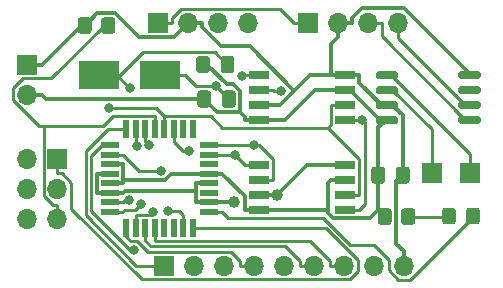
<source format=gtl>
%TF.GenerationSoftware,KiCad,Pcbnew,5.1.10-88a1d61d58~88~ubuntu20.04.1*%
%TF.CreationDate,2021-06-25T21:15:04-07:00*%
%TF.ProjectId,BACEE,42414345-452e-46b6-9963-61645f706362,1*%
%TF.SameCoordinates,Original*%
%TF.FileFunction,Copper,L1,Top*%
%TF.FilePolarity,Positive*%
%FSLAX46Y46*%
G04 Gerber Fmt 4.6, Leading zero omitted, Abs format (unit mm)*
G04 Created by KiCad (PCBNEW 5.1.10-88a1d61d58~88~ubuntu20.04.1) date 2021-06-25 21:15:04*
%MOMM*%
%LPD*%
G01*
G04 APERTURE LIST*
%TA.AperFunction,ComponentPad*%
%ADD10R,1.700000X1.700000*%
%TD*%
%TA.AperFunction,ComponentPad*%
%ADD11O,1.700000X1.700000*%
%TD*%
%TA.AperFunction,SMDPad,CuDef*%
%ADD12R,1.700000X0.650000*%
%TD*%
%TA.AperFunction,SMDPad,CuDef*%
%ADD13R,0.550000X1.500000*%
%TD*%
%TA.AperFunction,SMDPad,CuDef*%
%ADD14R,1.500000X0.550000*%
%TD*%
%TA.AperFunction,SMDPad,CuDef*%
%ADD15R,1.750000X1.800000*%
%TD*%
%TA.AperFunction,SMDPad,CuDef*%
%ADD16R,3.500000X2.400000*%
%TD*%
%TA.AperFunction,ViaPad*%
%ADD17C,1.000000*%
%TD*%
%TA.AperFunction,ViaPad*%
%ADD18C,0.800000*%
%TD*%
%TA.AperFunction,Conductor*%
%ADD19C,0.300000*%
%TD*%
%TA.AperFunction,Conductor*%
%ADD20C,0.250000*%
%TD*%
G04 APERTURE END LIST*
D10*
%TO.P,BT1-3.3V,1*%
%TO.N,/Vcc*%
X68961000Y-100076000D03*
D11*
%TO.P,BT1-3.3V,2*%
%TO.N,GNDPWR*%
X68961000Y-102616000D03*
%TD*%
%TO.P,C1,1*%
%TO.N,GNDPWR*%
%TA.AperFunction,SMDPad,CuDef*%
G36*
G01*
X83232500Y-100551000D02*
X83232500Y-99601000D01*
G75*
G02*
X83482500Y-99351000I250000J0D01*
G01*
X84157500Y-99351000D01*
G75*
G02*
X84407500Y-99601000I0J-250000D01*
G01*
X84407500Y-100551000D01*
G75*
G02*
X84157500Y-100801000I-250000J0D01*
G01*
X83482500Y-100801000D01*
G75*
G02*
X83232500Y-100551000I0J250000D01*
G01*
G37*
%TD.AperFunction*%
%TO.P,C1,2*%
%TO.N,Net-(C1-Pad2)*%
%TA.AperFunction,SMDPad,CuDef*%
G36*
G01*
X85307500Y-100551000D02*
X85307500Y-99601000D01*
G75*
G02*
X85557500Y-99351000I250000J0D01*
G01*
X86232500Y-99351000D01*
G75*
G02*
X86482500Y-99601000I0J-250000D01*
G01*
X86482500Y-100551000D01*
G75*
G02*
X86232500Y-100801000I-250000J0D01*
G01*
X85557500Y-100801000D01*
G75*
G02*
X85307500Y-100551000I0J250000D01*
G01*
G37*
%TD.AperFunction*%
%TD*%
%TO.P,C2,2*%
%TO.N,Net-(C2-Pad2)*%
%TA.AperFunction,SMDPad,CuDef*%
G36*
G01*
X85413000Y-103472000D02*
X85413000Y-102522000D01*
G75*
G02*
X85663000Y-102272000I250000J0D01*
G01*
X86338000Y-102272000D01*
G75*
G02*
X86588000Y-102522000I0J-250000D01*
G01*
X86588000Y-103472000D01*
G75*
G02*
X86338000Y-103722000I-250000J0D01*
G01*
X85663000Y-103722000D01*
G75*
G02*
X85413000Y-103472000I0J250000D01*
G01*
G37*
%TD.AperFunction*%
%TO.P,C2,1*%
%TO.N,GNDPWR*%
%TA.AperFunction,SMDPad,CuDef*%
G36*
G01*
X83338000Y-103472000D02*
X83338000Y-102522000D01*
G75*
G02*
X83588000Y-102272000I250000J0D01*
G01*
X84263000Y-102272000D01*
G75*
G02*
X84513000Y-102522000I0J-250000D01*
G01*
X84513000Y-103472000D01*
G75*
G02*
X84263000Y-103722000I-250000J0D01*
G01*
X83588000Y-103722000D01*
G75*
G02*
X83338000Y-103472000I0J250000D01*
G01*
G37*
%TD.AperFunction*%
%TD*%
%TO.P,C3,1*%
%TO.N,/Vcc*%
%TA.AperFunction,SMDPad,CuDef*%
G36*
G01*
X101320000Y-108965000D02*
X101320000Y-109915000D01*
G75*
G02*
X101070000Y-110165000I-250000J0D01*
G01*
X100395000Y-110165000D01*
G75*
G02*
X100145000Y-109915000I0J250000D01*
G01*
X100145000Y-108965000D01*
G75*
G02*
X100395000Y-108715000I250000J0D01*
G01*
X101070000Y-108715000D01*
G75*
G02*
X101320000Y-108965000I0J-250000D01*
G01*
G37*
%TD.AperFunction*%
%TO.P,C3,2*%
%TO.N,GNDPWR*%
%TA.AperFunction,SMDPad,CuDef*%
G36*
G01*
X99245000Y-108965000D02*
X99245000Y-109915000D01*
G75*
G02*
X98995000Y-110165000I-250000J0D01*
G01*
X98320000Y-110165000D01*
G75*
G02*
X98070000Y-109915000I0J250000D01*
G01*
X98070000Y-108965000D01*
G75*
G02*
X98320000Y-108715000I250000J0D01*
G01*
X98995000Y-108715000D01*
G75*
G02*
X99245000Y-108965000I0J-250000D01*
G01*
G37*
%TD.AperFunction*%
%TD*%
%TO.P,D1,1*%
%TO.N,Net-(D1-Pad1)*%
%TA.AperFunction,SMDPad,CuDef*%
G36*
G01*
X104064000Y-113353001D02*
X104064000Y-112452999D01*
G75*
G02*
X104313999Y-112203000I249999J0D01*
G01*
X104964001Y-112203000D01*
G75*
G02*
X105214000Y-112452999I0J-249999D01*
G01*
X105214000Y-113353001D01*
G75*
G02*
X104964001Y-113603000I-249999J0D01*
G01*
X104313999Y-113603000D01*
G75*
G02*
X104064000Y-113353001I0J249999D01*
G01*
G37*
%TD.AperFunction*%
%TO.P,D1,2*%
%TO.N,Net-(D1-Pad2)*%
%TA.AperFunction,SMDPad,CuDef*%
G36*
G01*
X106114000Y-113353001D02*
X106114000Y-112452999D01*
G75*
G02*
X106363999Y-112203000I249999J0D01*
G01*
X107014001Y-112203000D01*
G75*
G02*
X107264000Y-112452999I0J-249999D01*
G01*
X107264000Y-113353001D01*
G75*
G02*
X107014001Y-113603000I-249999J0D01*
G01*
X106363999Y-113603000D01*
G75*
G02*
X106114000Y-113353001I0J249999D01*
G01*
G37*
%TD.AperFunction*%
%TD*%
%TO.P,R1,1*%
%TO.N,Net-(D1-Pad1)*%
%TA.AperFunction,SMDPad,CuDef*%
G36*
G01*
X101803000Y-112497999D02*
X101803000Y-113398001D01*
G75*
G02*
X101553001Y-113648000I-249999J0D01*
G01*
X100852999Y-113648000D01*
G75*
G02*
X100603000Y-113398001I0J249999D01*
G01*
X100603000Y-112497999D01*
G75*
G02*
X100852999Y-112248000I249999J0D01*
G01*
X101553001Y-112248000D01*
G75*
G02*
X101803000Y-112497999I0J-249999D01*
G01*
G37*
%TD.AperFunction*%
%TO.P,R1,2*%
%TO.N,GNDPWR*%
%TA.AperFunction,SMDPad,CuDef*%
G36*
G01*
X99803000Y-112497999D02*
X99803000Y-113398001D01*
G75*
G02*
X99553001Y-113648000I-249999J0D01*
G01*
X98852999Y-113648000D01*
G75*
G02*
X98603000Y-113398001I0J249999D01*
G01*
X98603000Y-112497999D01*
G75*
G02*
X98852999Y-112248000I249999J0D01*
G01*
X99553001Y-112248000D01*
G75*
G02*
X99803000Y-112497999I0J-249999D01*
G01*
G37*
%TD.AperFunction*%
%TD*%
%TO.P,R2,2*%
%TO.N,/Vcc*%
%TA.AperFunction,SMDPad,CuDef*%
G36*
G01*
X74403000Y-96323999D02*
X74403000Y-97224001D01*
G75*
G02*
X74153001Y-97474000I-249999J0D01*
G01*
X73452999Y-97474000D01*
G75*
G02*
X73203000Y-97224001I0J249999D01*
G01*
X73203000Y-96323999D01*
G75*
G02*
X73452999Y-96074000I249999J0D01*
G01*
X74153001Y-96074000D01*
G75*
G02*
X74403000Y-96323999I0J-249999D01*
G01*
G37*
%TD.AperFunction*%
%TO.P,R2,1*%
%TO.N,/RESET*%
%TA.AperFunction,SMDPad,CuDef*%
G36*
G01*
X76403000Y-96323999D02*
X76403000Y-97224001D01*
G75*
G02*
X76153001Y-97474000I-249999J0D01*
G01*
X75452999Y-97474000D01*
G75*
G02*
X75203000Y-97224001I0J249999D01*
G01*
X75203000Y-96323999D01*
G75*
G02*
X75452999Y-96074000I249999J0D01*
G01*
X76153001Y-96074000D01*
G75*
G02*
X76403000Y-96323999I0J-249999D01*
G01*
G37*
%TD.AperFunction*%
%TD*%
D12*
%TO.P,U1,1*%
%TO.N,/ADDS1*%
X88552000Y-100965000D03*
%TO.P,U1,2*%
%TO.N,/ADDS2*%
X88552000Y-102235000D03*
%TO.P,U1,3*%
%TO.N,/Vcc*%
X88552000Y-103505000D03*
%TO.P,U1,4*%
%TO.N,GNDPWR*%
X88552000Y-104775000D03*
%TO.P,U1,5*%
%TO.N,/SDA*%
X95852000Y-104775000D03*
%TO.P,U1,6*%
%TO.N,/SCL*%
X95852000Y-103505000D03*
%TO.P,U1,7*%
%TO.N,GNDPWR*%
X95852000Y-102235000D03*
%TO.P,U1,8*%
%TO.N,/Vcc*%
X95852000Y-100965000D03*
%TD*%
%TO.P,U2,1*%
%TO.N,Net-(U2-Pad1)*%
%TA.AperFunction,SMDPad,CuDef*%
G36*
G01*
X98451000Y-101115000D02*
X98451000Y-100815000D01*
G75*
G02*
X98601000Y-100665000I150000J0D01*
G01*
X100201000Y-100665000D01*
G75*
G02*
X100351000Y-100815000I0J-150000D01*
G01*
X100351000Y-101115000D01*
G75*
G02*
X100201000Y-101265000I-150000J0D01*
G01*
X98601000Y-101265000D01*
G75*
G02*
X98451000Y-101115000I0J150000D01*
G01*
G37*
%TD.AperFunction*%
%TO.P,U2,2*%
%TO.N,Net-(U2-Pad2)*%
%TA.AperFunction,SMDPad,CuDef*%
G36*
G01*
X98451000Y-102385000D02*
X98451000Y-102085000D01*
G75*
G02*
X98601000Y-101935000I150000J0D01*
G01*
X100201000Y-101935000D01*
G75*
G02*
X100351000Y-102085000I0J-150000D01*
G01*
X100351000Y-102385000D01*
G75*
G02*
X100201000Y-102535000I-150000J0D01*
G01*
X98601000Y-102535000D01*
G75*
G02*
X98451000Y-102385000I0J150000D01*
G01*
G37*
%TD.AperFunction*%
%TO.P,U2,3*%
%TO.N,/Vcc*%
%TA.AperFunction,SMDPad,CuDef*%
G36*
G01*
X98451000Y-103655000D02*
X98451000Y-103355000D01*
G75*
G02*
X98601000Y-103205000I150000J0D01*
G01*
X100201000Y-103205000D01*
G75*
G02*
X100351000Y-103355000I0J-150000D01*
G01*
X100351000Y-103655000D01*
G75*
G02*
X100201000Y-103805000I-150000J0D01*
G01*
X98601000Y-103805000D01*
G75*
G02*
X98451000Y-103655000I0J150000D01*
G01*
G37*
%TD.AperFunction*%
%TO.P,U2,4*%
%TO.N,GNDPWR*%
%TA.AperFunction,SMDPad,CuDef*%
G36*
G01*
X98451000Y-104925000D02*
X98451000Y-104625000D01*
G75*
G02*
X98601000Y-104475000I150000J0D01*
G01*
X100201000Y-104475000D01*
G75*
G02*
X100351000Y-104625000I0J-150000D01*
G01*
X100351000Y-104925000D01*
G75*
G02*
X100201000Y-105075000I-150000J0D01*
G01*
X98601000Y-105075000D01*
G75*
G02*
X98451000Y-104925000I0J150000D01*
G01*
G37*
%TD.AperFunction*%
%TO.P,U2,5*%
%TO.N,/SDA*%
%TA.AperFunction,SMDPad,CuDef*%
G36*
G01*
X105451000Y-104925000D02*
X105451000Y-104625000D01*
G75*
G02*
X105601000Y-104475000I150000J0D01*
G01*
X107201000Y-104475000D01*
G75*
G02*
X107351000Y-104625000I0J-150000D01*
G01*
X107351000Y-104925000D01*
G75*
G02*
X107201000Y-105075000I-150000J0D01*
G01*
X105601000Y-105075000D01*
G75*
G02*
X105451000Y-104925000I0J150000D01*
G01*
G37*
%TD.AperFunction*%
%TO.P,U2,6*%
%TO.N,/SCL*%
%TA.AperFunction,SMDPad,CuDef*%
G36*
G01*
X105451000Y-103655000D02*
X105451000Y-103355000D01*
G75*
G02*
X105601000Y-103205000I150000J0D01*
G01*
X107201000Y-103205000D01*
G75*
G02*
X107351000Y-103355000I0J-150000D01*
G01*
X107351000Y-103655000D01*
G75*
G02*
X107201000Y-103805000I-150000J0D01*
G01*
X105601000Y-103805000D01*
G75*
G02*
X105451000Y-103655000I0J150000D01*
G01*
G37*
%TD.AperFunction*%
%TO.P,U2,7*%
%TO.N,Net-(U2-Pad7)*%
%TA.AperFunction,SMDPad,CuDef*%
G36*
G01*
X105451000Y-102385000D02*
X105451000Y-102085000D01*
G75*
G02*
X105601000Y-101935000I150000J0D01*
G01*
X107201000Y-101935000D01*
G75*
G02*
X107351000Y-102085000I0J-150000D01*
G01*
X107351000Y-102385000D01*
G75*
G02*
X107201000Y-102535000I-150000J0D01*
G01*
X105601000Y-102535000D01*
G75*
G02*
X105451000Y-102385000I0J150000D01*
G01*
G37*
%TD.AperFunction*%
%TO.P,U2,8*%
%TO.N,/Vcc*%
%TA.AperFunction,SMDPad,CuDef*%
G36*
G01*
X105451000Y-101115000D02*
X105451000Y-100815000D01*
G75*
G02*
X105601000Y-100665000I150000J0D01*
G01*
X107201000Y-100665000D01*
G75*
G02*
X107351000Y-100815000I0J-150000D01*
G01*
X107351000Y-101115000D01*
G75*
G02*
X107201000Y-101265000I-150000J0D01*
G01*
X105601000Y-101265000D01*
G75*
G02*
X105451000Y-101115000I0J150000D01*
G01*
G37*
%TD.AperFunction*%
%TD*%
%TO.P,U3,8*%
%TO.N,/Vcc*%
X95852000Y-108585000D03*
%TO.P,U3,7*%
%TO.N,GNDPWR*%
X95852000Y-109855000D03*
%TO.P,U3,6*%
%TO.N,/SCL*%
X95852000Y-111125000D03*
%TO.P,U3,5*%
%TO.N,/SDA*%
X95852000Y-112395000D03*
%TO.P,U3,4*%
%TO.N,GNDPWR*%
X88552000Y-112395000D03*
%TO.P,U3,3*%
%TO.N,/Vcc*%
X88552000Y-111125000D03*
%TO.P,U3,2*%
%TO.N,/ADDS2*%
X88552000Y-109855000D03*
%TO.P,U3,1*%
%TO.N,/ADDS1*%
X88552000Y-108585000D03*
%TD*%
D13*
%TO.P,U4,9*%
%TO.N,/D5*%
X77337000Y-113928000D03*
D14*
%TO.P,U4,1*%
%TO.N,/D3*%
X75937000Y-106928000D03*
%TO.P,U4,2*%
%TO.N,/D4*%
X75937000Y-107728000D03*
%TO.P,U4,3*%
%TO.N,GNDPWR*%
X75937000Y-108528000D03*
%TO.P,U4,4*%
%TO.N,/Vcc*%
X75937000Y-109328000D03*
%TO.P,U4,5*%
%TO.N,GNDPWR*%
X75937000Y-110128000D03*
%TO.P,U4,6*%
%TO.N,/Vcc*%
X75937000Y-110928000D03*
%TO.P,U4,7*%
%TO.N,Net-(C1-Pad2)*%
X75937000Y-111728000D03*
%TO.P,U4,8*%
%TO.N,Net-(C2-Pad2)*%
X75937000Y-112528000D03*
D13*
%TO.P,U4,10*%
%TO.N,/D6*%
X78137000Y-113928000D03*
%TO.P,U4,11*%
%TO.N,/D7*%
X78937000Y-113928000D03*
%TO.P,U4,12*%
%TO.N,/D8*%
X79737000Y-113928000D03*
%TO.P,U4,13*%
%TO.N,Net-(U4-Pad13)*%
X80537000Y-113928000D03*
%TO.P,U4,14*%
%TO.N,Net-(U4-Pad14)*%
X81337000Y-113928000D03*
%TO.P,U4,15*%
%TO.N,/MOSI*%
X82137000Y-113928000D03*
%TO.P,U4,16*%
%TO.N,/MISO*%
X82937000Y-113928000D03*
D14*
%TO.P,U4,17*%
%TO.N,Net-(D1-Pad2)*%
X84337000Y-112528000D03*
%TO.P,U4,18*%
%TO.N,/Vcc*%
X84337000Y-111728000D03*
%TO.P,U4,19*%
%TO.N,Net-(U4-Pad19)*%
X84337000Y-110928000D03*
%TO.P,U4,20*%
%TO.N,/Vcc*%
X84337000Y-110128000D03*
%TO.P,U4,21*%
%TO.N,GNDPWR*%
X84337000Y-109328000D03*
%TO.P,U4,22*%
%TO.N,Net-(U4-Pad22)*%
X84337000Y-108528000D03*
%TO.P,U4,23*%
%TO.N,/ADDS1*%
X84337000Y-107728000D03*
%TO.P,U4,24*%
%TO.N,/ADDS2*%
X84337000Y-106928000D03*
D13*
%TO.P,U4,25*%
%TO.N,Net-(U4-Pad25)*%
X82937000Y-105528000D03*
%TO.P,U4,26*%
%TO.N,Net-(U4-Pad26)*%
X82137000Y-105528000D03*
%TO.P,U4,27*%
%TO.N,/SDA*%
X81337000Y-105528000D03*
%TO.P,U4,28*%
%TO.N,/SCL*%
X80537000Y-105528000D03*
%TO.P,U4,29*%
%TO.N,/RESET*%
X79737000Y-105528000D03*
%TO.P,U4,30*%
%TO.N,/RX*%
X78937000Y-105528000D03*
%TO.P,U4,31*%
%TO.N,/TX*%
X78137000Y-105528000D03*
%TO.P,U4,32*%
%TO.N,/D2*%
X77337000Y-105528000D03*
%TD*%
D15*
%TO.P,Y1,1*%
%TO.N,Net-(U2-Pad2)*%
X103176000Y-109220000D03*
%TO.P,Y1,2*%
%TO.N,Net-(U2-Pad1)*%
X106426000Y-109220000D03*
%TD*%
D16*
%TO.P,Y2,1*%
%TO.N,Net-(C1-Pad2)*%
X74997000Y-100965000D03*
%TO.P,Y2,2*%
%TO.N,Net-(C2-Pad2)*%
X80197000Y-100965000D03*
%TD*%
D10*
%TO.P,J1,1*%
%TO.N,/Connectors/GND*%
X80010000Y-96520000D03*
D11*
%TO.P,J1,2*%
%TO.N,/Vcc*%
X82550000Y-96520000D03*
%TO.P,J1,3*%
%TO.N,/RX*%
X85090000Y-96520000D03*
%TO.P,J1,4*%
%TO.N,/TX*%
X87630000Y-96520000D03*
%TD*%
D10*
%TO.P,J2,1*%
%TO.N,/D2*%
X80518000Y-117094000D03*
D11*
%TO.P,J2,2*%
%TO.N,/D3*%
X83058000Y-117094000D03*
%TO.P,J2,3*%
%TO.N,/D4*%
X85598000Y-117094000D03*
%TO.P,J2,4*%
%TO.N,/D5*%
X88138000Y-117094000D03*
%TO.P,J2,5*%
%TO.N,/D6*%
X90678000Y-117094000D03*
%TO.P,J2,6*%
%TO.N,/D7*%
X93218000Y-117094000D03*
%TO.P,J2,7*%
%TO.N,/D8*%
X95758000Y-117094000D03*
%TO.P,J2,8*%
%TO.N,/Connectors/GND*%
X98298000Y-117094000D03*
%TO.P,J2,9*%
%TO.N,/Vcc*%
X100838000Y-117094000D03*
%TD*%
%TO.P,J3,4*%
%TO.N,/SCL*%
X100330000Y-96520000D03*
%TO.P,J3,3*%
%TO.N,/SDA*%
X97790000Y-96520000D03*
%TO.P,J3,2*%
%TO.N,/Vcc*%
X95250000Y-96520000D03*
D10*
%TO.P,J3,1*%
%TO.N,/Connectors/GND*%
X92710000Y-96520000D03*
%TD*%
%TO.P,J4,1*%
%TO.N,/MISO*%
X71501000Y-108087000D03*
D11*
%TO.P,J4,2*%
%TO.N,/Vcc*%
X68961000Y-108087000D03*
%TO.P,J4,3*%
%TO.N,/SCL*%
X71501000Y-110627000D03*
%TO.P,J4,4*%
%TO.N,/MOSI*%
X68961000Y-110627000D03*
%TO.P,J4,5*%
%TO.N,/RESET*%
X71501000Y-113167000D03*
%TO.P,J4,6*%
%TO.N,/Connectors/GND*%
X68961000Y-113167000D03*
%TD*%
D17*
%TO.N,/Vcc*%
X86482900Y-111728000D03*
X90114100Y-111125000D03*
D18*
%TO.N,Net-(C1-Pad2)*%
X77521400Y-111537600D03*
X77615800Y-102098100D03*
%TO.N,Net-(C2-Pad2)*%
X78541500Y-111897800D03*
X84905400Y-101911100D03*
%TO.N,/RX*%
X79285600Y-106888800D03*
%TO.N,/TX*%
X78223400Y-106932800D03*
%TO.N,/D3*%
X77948800Y-115792700D03*
%TO.N,/D4*%
X80244300Y-109118600D03*
%TO.N,/D6*%
X79594200Y-112558600D03*
%TO.N,/SCL*%
X75853800Y-103737300D03*
%TO.N,/SDA*%
X82663500Y-107403200D03*
X97306400Y-104775000D03*
%TO.N,/MOSI*%
X80855700Y-112510500D03*
%TO.N,/ADDS1*%
X87092800Y-101016700D03*
X86537900Y-107728000D03*
%TO.N,/ADDS2*%
X90408700Y-102305800D03*
X88173200Y-106928000D03*
%TD*%
D19*
%TO.N,/Vcc*%
X91565100Y-102282000D02*
X87785400Y-98502300D01*
X87785400Y-98502300D02*
X85359500Y-98502300D01*
X85359500Y-98502300D02*
X83750300Y-96893100D01*
X83750300Y-96893100D02*
X83750300Y-96520000D01*
X94651700Y-100965000D02*
X92882100Y-100965000D01*
X92882100Y-100965000D02*
X91565100Y-102282000D01*
X91565100Y-102282000D02*
X90342100Y-103505000D01*
X90342100Y-103505000D02*
X89752300Y-103505000D01*
X90114100Y-111125000D02*
X92654100Y-108585000D01*
X92654100Y-108585000D02*
X95852000Y-108585000D01*
X88552000Y-111125000D02*
X90114100Y-111125000D01*
X84337000Y-111728000D02*
X86482900Y-111728000D01*
X83236700Y-110773600D02*
X77191700Y-110773600D01*
X77191700Y-110773600D02*
X77037300Y-110928000D01*
X100732500Y-109440000D02*
X100203000Y-109969500D01*
X100203000Y-109969500D02*
X100203000Y-115258700D01*
X100203000Y-115258700D02*
X100838000Y-115893700D01*
X99401000Y-103505000D02*
X99853700Y-103505000D01*
X99853700Y-103505000D02*
X100732500Y-104383800D01*
X100732500Y-104383800D02*
X100732500Y-109440000D01*
X100838000Y-117094000D02*
X100838000Y-115893700D01*
X82550000Y-96520000D02*
X83750300Y-96520000D01*
X73803000Y-96774000D02*
X74881400Y-95695600D01*
X74881400Y-95695600D02*
X76400300Y-95695600D01*
X76400300Y-95695600D02*
X78425100Y-97720400D01*
X78425100Y-97720400D02*
X81349600Y-97720400D01*
X81349600Y-97720400D02*
X82550000Y-96520000D01*
X70161300Y-100076000D02*
X73463300Y-96774000D01*
X73463300Y-96774000D02*
X73803000Y-96774000D01*
X83236700Y-110773600D02*
X83236700Y-110128000D01*
X83236700Y-111728000D02*
X83236700Y-110773600D01*
X88552000Y-103505000D02*
X89752300Y-103505000D01*
X94651700Y-100965000D02*
X94651700Y-98318600D01*
X94651700Y-98318600D02*
X95250000Y-97720300D01*
X95852000Y-100965000D02*
X94651700Y-100965000D01*
X84337000Y-110128000D02*
X83236700Y-110128000D01*
X75937000Y-110928000D02*
X77037300Y-110928000D01*
X84337000Y-111728000D02*
X83236700Y-111728000D01*
X75937000Y-110928000D02*
X74836700Y-110928000D01*
X75937000Y-109328000D02*
X74836700Y-109328000D01*
X74836700Y-109328000D02*
X74836700Y-110928000D01*
X68961000Y-100076000D02*
X70161300Y-100076000D01*
X95852000Y-100965000D02*
X97052300Y-100965000D01*
X99401000Y-103505000D02*
X98948300Y-103505000D01*
X98948300Y-103505000D02*
X97052300Y-101609000D01*
X97052300Y-101609000D02*
X97052300Y-100965000D01*
X95250000Y-96520000D02*
X96450300Y-96520000D01*
X106401000Y-100965000D02*
X106401000Y-100845000D01*
X106401000Y-100845000D02*
X100875700Y-95319700D01*
X100875700Y-95319700D02*
X97277500Y-95319700D01*
X97277500Y-95319700D02*
X96450300Y-96146900D01*
X96450300Y-96146900D02*
X96450300Y-96520000D01*
X95250000Y-96520000D02*
X95250000Y-97720300D01*
%TO.N,GNDPWR*%
X99045800Y-105010200D02*
X96270600Y-102235000D01*
X96270600Y-102235000D02*
X95852000Y-102235000D01*
X98657500Y-109440000D02*
X98657500Y-105398500D01*
X98657500Y-105398500D02*
X99045800Y-105010200D01*
X99045800Y-105010200D02*
X99165800Y-105010200D01*
X99165800Y-105010200D02*
X99401000Y-104775000D01*
X98657500Y-112402500D02*
X98657500Y-109440000D01*
X83925500Y-102997000D02*
X83915500Y-102987000D01*
X83915500Y-102987000D02*
X70532300Y-102987000D01*
X70532300Y-102987000D02*
X70161300Y-102616000D01*
X95852000Y-102235000D02*
X93330900Y-102235000D01*
X93330900Y-102235000D02*
X90790900Y-104775000D01*
X90790900Y-104775000D02*
X88552000Y-104775000D01*
X88552000Y-104775000D02*
X87351700Y-104775000D01*
X86953700Y-104108200D02*
X86953700Y-102288800D01*
X86953700Y-102288800D02*
X86378400Y-101713500D01*
X86378400Y-101713500D02*
X85820000Y-101713500D01*
X85820000Y-101713500D02*
X84182500Y-100076000D01*
X84182500Y-100076000D02*
X83820000Y-100076000D01*
X87351700Y-104775000D02*
X87351700Y-104506200D01*
X87351700Y-104506200D02*
X86953700Y-104108200D01*
X86953700Y-104108200D02*
X85036700Y-104108200D01*
X85036700Y-104108200D02*
X83925500Y-102997000D01*
X87351700Y-112395000D02*
X87351700Y-111242400D01*
X87351700Y-111242400D02*
X85437300Y-109328000D01*
X88552000Y-112395000D02*
X87351700Y-112395000D01*
X84337000Y-109328000D02*
X85437300Y-109328000D01*
X77037300Y-109868900D02*
X80566500Y-109868900D01*
X80566500Y-109868900D02*
X81107400Y-109328000D01*
X81107400Y-109328000D02*
X84337000Y-109328000D01*
X94377400Y-112395000D02*
X94377400Y-110129300D01*
X94377400Y-110129300D02*
X94651700Y-109855000D01*
X98657500Y-112402500D02*
X97989600Y-113070400D01*
X97989600Y-113070400D02*
X94799400Y-113070400D01*
X94799400Y-113070400D02*
X94377400Y-112648400D01*
X94377400Y-112648400D02*
X94377400Y-112395000D01*
X89752300Y-112395000D02*
X94377400Y-112395000D01*
X95852000Y-109855000D02*
X94651700Y-109855000D01*
X88552000Y-112395000D02*
X89752300Y-112395000D01*
X68961000Y-102616000D02*
X70161300Y-102616000D01*
X99203000Y-112948000D02*
X98657500Y-112402500D01*
X77037300Y-109868900D02*
X77037300Y-108528000D01*
X77037300Y-110128000D02*
X77037300Y-109868900D01*
X75937000Y-110128000D02*
X77037300Y-110128000D01*
X75937000Y-108528000D02*
X77037300Y-108528000D01*
D20*
%TO.N,Net-(C1-Pad2)*%
X77615800Y-102098100D02*
X76633600Y-101115900D01*
X76633600Y-101115900D02*
X78771800Y-98977700D01*
X78771800Y-98977700D02*
X84796700Y-98977700D01*
X84796700Y-98977700D02*
X85895000Y-100076000D01*
X74997000Y-100965000D02*
X76482700Y-100965000D01*
X76482700Y-100965000D02*
X76633600Y-101115900D01*
X77012300Y-111728000D02*
X77202700Y-111537600D01*
X77202700Y-111537600D02*
X77521400Y-111537600D01*
X75937000Y-111728000D02*
X77012300Y-111728000D01*
%TO.N,Net-(C2-Pad2)*%
X78541500Y-111897800D02*
X78040700Y-112398600D01*
X78040700Y-112398600D02*
X77141700Y-112398600D01*
X77141700Y-112398600D02*
X77012300Y-112528000D01*
X75937000Y-112528000D02*
X77012300Y-112528000D01*
X84905400Y-101911100D02*
X84914600Y-101911100D01*
X84914600Y-101911100D02*
X86000500Y-102997000D01*
X82272300Y-100965000D02*
X83218400Y-101911100D01*
X83218400Y-101911100D02*
X84905400Y-101911100D01*
X80197000Y-100965000D02*
X82272300Y-100965000D01*
%TO.N,Net-(D1-Pad1)*%
X101203000Y-112948000D02*
X104594000Y-112948000D01*
X104594000Y-112948000D02*
X104639000Y-112903000D01*
%TO.N,Net-(D1-Pad2)*%
X84337000Y-112528000D02*
X85412300Y-112528000D01*
X85412300Y-112528000D02*
X85929700Y-113045400D01*
X85929700Y-113045400D02*
X94025300Y-113045400D01*
X94025300Y-113045400D02*
X96299200Y-115319300D01*
X96299200Y-115319300D02*
X98262900Y-115319300D01*
X98262900Y-115319300D02*
X99568000Y-116624400D01*
X99568000Y-116624400D02*
X99568000Y-117501300D01*
X99568000Y-117501300D02*
X100356200Y-118289500D01*
X100356200Y-118289500D02*
X101378300Y-118289500D01*
X101378300Y-118289500D02*
X106689000Y-112978800D01*
X106689000Y-112978800D02*
X106689000Y-112903000D01*
%TO.N,/Connectors/GND*%
X92710000Y-96520000D02*
X91534700Y-96520000D01*
X80010000Y-96520000D02*
X81185300Y-96520000D01*
X81185300Y-96520000D02*
X81185300Y-96152700D01*
X81185300Y-96152700D02*
X81993300Y-95344700D01*
X81993300Y-95344700D02*
X90359400Y-95344700D01*
X90359400Y-95344700D02*
X91534700Y-96520000D01*
%TO.N,/RX*%
X78937000Y-105528000D02*
X78937000Y-106603300D01*
X79285600Y-106888800D02*
X79000100Y-106603300D01*
X79000100Y-106603300D02*
X78937000Y-106603300D01*
%TO.N,/TX*%
X78137000Y-106603300D02*
X78223400Y-106689700D01*
X78223400Y-106689700D02*
X78223400Y-106932800D01*
X78137000Y-105528000D02*
X78137000Y-106603300D01*
%TO.N,/D2*%
X79342700Y-117094000D02*
X78183300Y-117094000D01*
X78183300Y-117094000D02*
X73895200Y-112805900D01*
X73895200Y-112805900D02*
X73895200Y-107432800D01*
X73895200Y-107432800D02*
X75800000Y-105528000D01*
X75800000Y-105528000D02*
X77337000Y-105528000D01*
X80518000Y-117094000D02*
X79342700Y-117094000D01*
%TO.N,/D3*%
X77948800Y-115792700D02*
X77670700Y-115792700D01*
X77670700Y-115792700D02*
X74345500Y-112467500D01*
X74345500Y-112467500D02*
X74345500Y-107830400D01*
X74345500Y-107830400D02*
X75247900Y-106928000D01*
X75247900Y-106928000D02*
X75937000Y-106928000D01*
%TO.N,/D4*%
X77012300Y-107728000D02*
X78402900Y-109118600D01*
X78402900Y-109118600D02*
X80244300Y-109118600D01*
X75937000Y-107728000D02*
X77012300Y-107728000D01*
%TO.N,/D5*%
X88138000Y-117094000D02*
X86962700Y-117094000D01*
X86962700Y-117094000D02*
X86962700Y-116726600D01*
X86962700Y-116726600D02*
X86154800Y-115918700D01*
X86154800Y-115918700D02*
X79158200Y-115918700D01*
X79158200Y-115918700D02*
X78261200Y-115021700D01*
X78261200Y-115021700D02*
X77717800Y-115021700D01*
X77717800Y-115021700D02*
X77337000Y-114640900D01*
X77337000Y-114640900D02*
X77337000Y-113928000D01*
%TO.N,/D6*%
X79594200Y-112558600D02*
X79300100Y-112852700D01*
X79300100Y-112852700D02*
X78137000Y-112852700D01*
X78137000Y-113928000D02*
X78137000Y-112852700D01*
%TO.N,/D7*%
X92042700Y-117094000D02*
X92042700Y-116726700D01*
X92042700Y-116726700D02*
X90769600Y-115453600D01*
X90769600Y-115453600D02*
X79387300Y-115453600D01*
X79387300Y-115453600D02*
X78937000Y-115003300D01*
X78937000Y-113928000D02*
X78937000Y-115003300D01*
X93218000Y-117094000D02*
X92042700Y-117094000D01*
%TO.N,/D8*%
X94582700Y-117094000D02*
X94582700Y-116726700D01*
X94582700Y-116726700D02*
X92859300Y-115003300D01*
X92859300Y-115003300D02*
X79737000Y-115003300D01*
X79737000Y-113928000D02*
X79737000Y-115003300D01*
X95758000Y-117094000D02*
X94582700Y-117094000D01*
%TO.N,/SCL*%
X95852000Y-111125000D02*
X97027300Y-111125000D01*
X94367700Y-105425300D02*
X97027300Y-108084900D01*
X97027300Y-108084900D02*
X97027300Y-111125000D01*
X80537000Y-104452700D02*
X84482400Y-104452700D01*
X84482400Y-104452700D02*
X85455000Y-105425300D01*
X85455000Y-105425300D02*
X94367700Y-105425300D01*
X94367700Y-105425300D02*
X94676700Y-105116300D01*
X94676700Y-105116300D02*
X94676700Y-103505000D01*
X75853800Y-103737300D02*
X79821600Y-103737300D01*
X79821600Y-103737300D02*
X80537000Y-104452700D01*
X80537000Y-104565300D02*
X80537000Y-104452700D01*
X80537000Y-105528000D02*
X80537000Y-104565300D01*
X95852000Y-103505000D02*
X94676700Y-103505000D01*
X100330000Y-96520000D02*
X100330000Y-97695300D01*
X106401000Y-103505000D02*
X105964000Y-103505000D01*
X105964000Y-103505000D02*
X100330100Y-97871100D01*
X100330100Y-97871100D02*
X100330100Y-97695300D01*
X100330100Y-97695300D02*
X100330000Y-97695300D01*
%TO.N,/SDA*%
X81337000Y-105528000D02*
X81337000Y-106603300D01*
X82663500Y-107403200D02*
X82136900Y-107403200D01*
X82136900Y-107403200D02*
X81337000Y-106603300D01*
X97306400Y-104775000D02*
X97510300Y-104978900D01*
X97510300Y-104978900D02*
X97510300Y-111912000D01*
X97510300Y-111912000D02*
X97027300Y-112395000D01*
X95852000Y-112395000D02*
X97027300Y-112395000D01*
X97027300Y-104775000D02*
X97306400Y-104775000D01*
X95852000Y-104775000D02*
X97027300Y-104775000D01*
X97790000Y-96520000D02*
X98965300Y-96520000D01*
X106401000Y-104775000D02*
X106045000Y-104775000D01*
X106045000Y-104775000D02*
X98965300Y-97695300D01*
X98965300Y-97695300D02*
X98965300Y-96520000D01*
%TO.N,/MISO*%
X71501000Y-108087000D02*
X71501000Y-109262300D01*
X71501000Y-109262300D02*
X71868400Y-109262300D01*
X71868400Y-109262300D02*
X72676300Y-110070200D01*
X72676300Y-110070200D02*
X72676300Y-112293000D01*
X72676300Y-112293000D02*
X78659100Y-118275800D01*
X78659100Y-118275800D02*
X96252300Y-118275800D01*
X96252300Y-118275800D02*
X96950800Y-117577300D01*
X96950800Y-117577300D02*
X96950800Y-116607800D01*
X96950800Y-116607800D02*
X94271000Y-113928000D01*
X94271000Y-113928000D02*
X82937000Y-113928000D01*
%TO.N,/MOSI*%
X82137000Y-113928000D02*
X82137000Y-112852700D01*
X80855700Y-112510500D02*
X81794800Y-112510500D01*
X81794800Y-112510500D02*
X82137000Y-112852700D01*
%TO.N,/RESET*%
X70325600Y-105273400D02*
X75343500Y-105273400D01*
X75343500Y-105273400D02*
X76164200Y-104452700D01*
X76164200Y-104452700D02*
X79737000Y-104452700D01*
X79737000Y-105528000D02*
X79737000Y-104452700D01*
X75803000Y-96774000D02*
X75416700Y-96774000D01*
X75416700Y-96774000D02*
X70939300Y-101251400D01*
X70939300Y-101251400D02*
X68605100Y-101251400D01*
X68605100Y-101251400D02*
X67775100Y-102081400D01*
X67775100Y-102081400D02*
X67775100Y-103101600D01*
X67775100Y-103101600D02*
X69946900Y-105273400D01*
X69946900Y-105273400D02*
X70325600Y-105273400D01*
X70325600Y-105273400D02*
X70325600Y-111183600D01*
X70325600Y-111183600D02*
X71133700Y-111991700D01*
X71133700Y-111991700D02*
X71501000Y-111991700D01*
X71501000Y-113167000D02*
X71501000Y-111991700D01*
%TO.N,/ADDS1*%
X88552000Y-108585000D02*
X87376700Y-108585000D01*
X86537900Y-107728000D02*
X87376700Y-108566800D01*
X87376700Y-108566800D02*
X87376700Y-108585000D01*
X85412300Y-107728000D02*
X86537900Y-107728000D01*
X88552000Y-100965000D02*
X87376700Y-100965000D01*
X87092800Y-101016700D02*
X87325000Y-101016700D01*
X87325000Y-101016700D02*
X87376700Y-100965000D01*
X84337000Y-107728000D02*
X85412300Y-107728000D01*
%TO.N,/ADDS2*%
X88552000Y-109855000D02*
X89727300Y-109855000D01*
X88173200Y-106928000D02*
X88561900Y-106928000D01*
X88561900Y-106928000D02*
X89727300Y-108093400D01*
X89727300Y-108093400D02*
X89727300Y-109855000D01*
X84337000Y-106928000D02*
X88173200Y-106928000D01*
X88552000Y-102235000D02*
X89727300Y-102235000D01*
X90408700Y-102305800D02*
X89798100Y-102305800D01*
X89798100Y-102305800D02*
X89727300Y-102235000D01*
%TO.N,Net-(U2-Pad1)*%
X106426000Y-109220000D02*
X106426000Y-107615000D01*
X106426000Y-107615000D02*
X99776000Y-100965000D01*
X99776000Y-100965000D02*
X99401000Y-100965000D01*
%TO.N,Net-(U2-Pad2)*%
X103176000Y-109220000D02*
X103176000Y-105557300D01*
X103176000Y-105557300D02*
X99853700Y-102235000D01*
X99853700Y-102235000D02*
X99401000Y-102235000D01*
%TD*%
M02*

</source>
